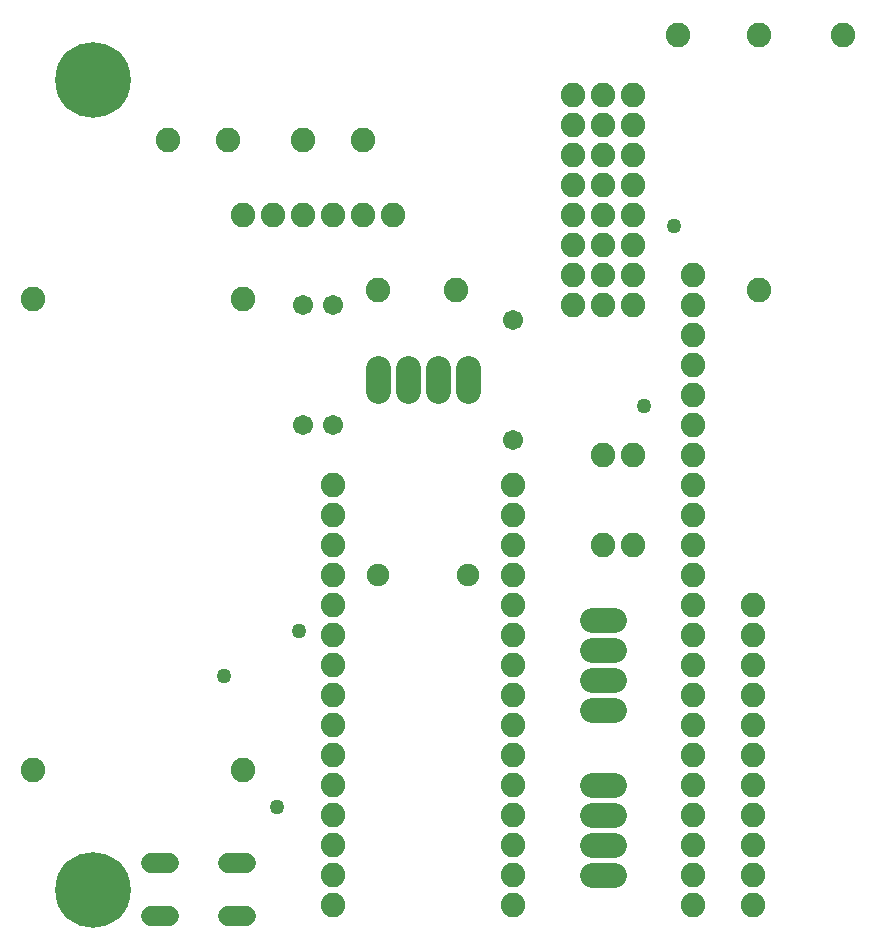
<source format=gbr>
G04 EAGLE Gerber RS-274X export*
G75*
%MOMM*%
%FSLAX34Y34*%
%LPD*%
%INSoldermask Bottom*%
%IPPOS*%
%AMOC8*
5,1,8,0,0,1.08239X$1,22.5*%
G01*
%ADD10C,2.082800*%
%ADD11C,2.082800*%
%ADD12C,6.400800*%
%ADD13C,1.703200*%
%ADD14C,1.903200*%
%ADD15C,1.727200*%
%ADD16C,1.270000*%


D10*
X279400Y393700D03*
X279400Y368300D03*
X279400Y342900D03*
X279400Y317500D03*
X279400Y292100D03*
X279400Y266700D03*
X279400Y241300D03*
X279400Y215900D03*
X279400Y190500D03*
X279400Y165100D03*
X279400Y139700D03*
X279400Y114300D03*
X279400Y88900D03*
X279400Y63500D03*
X279400Y38100D03*
X431800Y38100D03*
X431800Y63500D03*
X431800Y88900D03*
X431800Y114300D03*
X431800Y139700D03*
X431800Y165100D03*
X431800Y190500D03*
X431800Y215900D03*
X431800Y241300D03*
X431800Y266700D03*
X431800Y292100D03*
X431800Y317500D03*
X431800Y342900D03*
X431800Y368300D03*
X431800Y393700D03*
D11*
X498602Y63500D02*
X517398Y63500D01*
X517398Y88900D02*
X498602Y88900D01*
X498602Y114300D02*
X517398Y114300D01*
X517398Y139700D02*
X498602Y139700D01*
X498602Y203200D02*
X517398Y203200D01*
X517398Y228600D02*
X498602Y228600D01*
X498602Y254000D02*
X517398Y254000D01*
X517398Y279400D02*
X498602Y279400D01*
D12*
X76200Y50800D03*
X76200Y736600D03*
D10*
X584200Y38100D03*
X584200Y63500D03*
X584200Y88900D03*
X584200Y114300D03*
X584200Y139700D03*
X584200Y165100D03*
X584200Y190500D03*
X584200Y215900D03*
X584200Y241300D03*
X584200Y266700D03*
X584200Y292100D03*
X584200Y317500D03*
X584200Y342900D03*
X584200Y368300D03*
X584200Y393700D03*
X584200Y419100D03*
X584200Y444500D03*
X584200Y469900D03*
X584200Y495300D03*
X584200Y520700D03*
X584200Y546100D03*
X584200Y571500D03*
X508000Y419100D03*
X533400Y419100D03*
X508000Y342900D03*
X533400Y342900D03*
X203200Y551180D03*
X203200Y152400D03*
X25400Y551180D03*
X25400Y152400D03*
X139700Y685800D03*
X190500Y685800D03*
X304800Y685800D03*
X254000Y685800D03*
X482600Y546100D03*
X508000Y546100D03*
X533400Y546100D03*
X482600Y571500D03*
X508000Y571500D03*
X533400Y571500D03*
X482600Y596900D03*
X508000Y596900D03*
X533400Y596900D03*
X482600Y622300D03*
X508000Y622300D03*
X533400Y622300D03*
X482600Y647700D03*
X508000Y647700D03*
X533400Y647700D03*
X482600Y673100D03*
X508000Y673100D03*
X533400Y673100D03*
X482600Y698500D03*
X508000Y698500D03*
X533400Y698500D03*
X482600Y723900D03*
X508000Y723900D03*
X533400Y723900D03*
X635000Y292100D03*
X635000Y266700D03*
X635000Y241300D03*
X635000Y215900D03*
X635000Y190500D03*
X635000Y165100D03*
X635000Y139700D03*
X635000Y114300D03*
X635000Y88900D03*
X635000Y63500D03*
X635000Y38100D03*
D11*
X393700Y473202D02*
X393700Y491998D01*
X368300Y491998D02*
X368300Y473202D01*
X342900Y473202D02*
X342900Y491998D01*
X317500Y491998D02*
X317500Y473202D01*
D10*
X383540Y558800D03*
X317500Y558800D03*
D13*
X254000Y444500D03*
X254000Y546100D03*
X279400Y444500D03*
X279400Y546100D03*
X431800Y533400D03*
X431800Y431800D03*
D10*
X330200Y622300D03*
X304800Y622300D03*
X279400Y622300D03*
X254000Y622300D03*
X228600Y622300D03*
X203200Y622300D03*
X640080Y774700D03*
X640080Y558800D03*
X571500Y774700D03*
X711200Y774700D03*
D14*
X393700Y317500D03*
X317500Y317500D03*
D15*
X140208Y73406D02*
X124968Y73406D01*
X124968Y28194D02*
X140208Y28194D01*
X189992Y73406D02*
X205232Y73406D01*
X205232Y28194D02*
X189992Y28194D01*
D16*
X187325Y231775D03*
X231775Y120650D03*
X250825Y269875D03*
X542925Y460375D03*
X568325Y612775D03*
M02*

</source>
